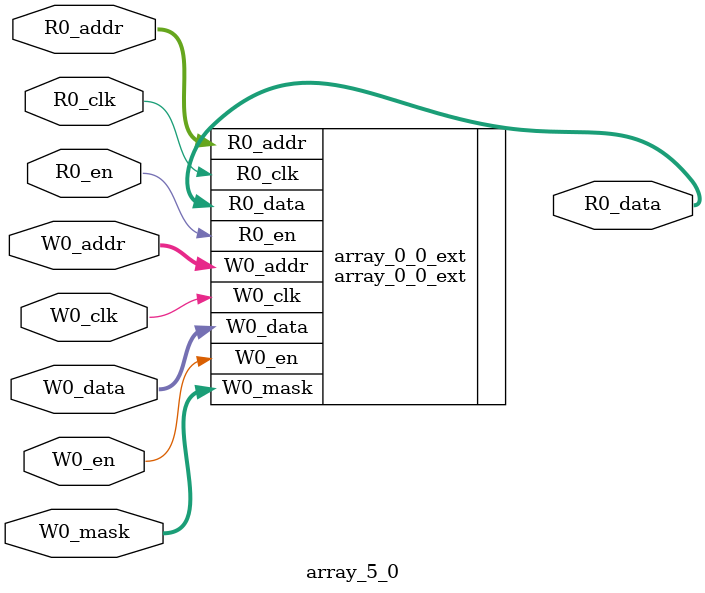
<source format=sv>
module array_5_0(	// @[generators/rocket-chip/src/main/scala/util/DescribedSRAM.scala:17:26]
  input  [7:0]   R0_addr,
  input          R0_en,
  input          R0_clk,
  output [127:0] R0_data,
  input  [7:0]   W0_addr,
  input          W0_en,
  input          W0_clk,
  input  [127:0] W0_data,
  input  [1:0]   W0_mask
);

  array_0_0_ext array_0_0_ext (	// @[generators/rocket-chip/src/main/scala/util/DescribedSRAM.scala:17:26]
    .R0_addr (R0_addr),
    .R0_en   (R0_en),
    .R0_clk  (R0_clk),
    .R0_data (R0_data),
    .W0_addr (W0_addr),
    .W0_en   (W0_en),
    .W0_clk  (W0_clk),
    .W0_data (W0_data),
    .W0_mask (W0_mask)
  );	// @[generators/rocket-chip/src/main/scala/util/DescribedSRAM.scala:17:26]
endmodule


</source>
